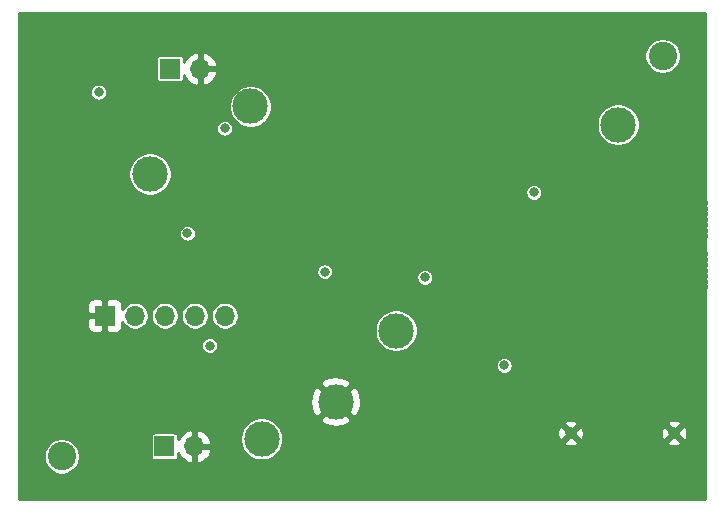
<source format=gbr>
%TF.GenerationSoftware,KiCad,Pcbnew,(5.1.8)-1*%
%TF.CreationDate,2021-01-15T02:00:02+01:00*%
%TF.ProjectId,Ka-band-Mixer,4b612d62-616e-4642-9d4d-697865722e6b,rev?*%
%TF.SameCoordinates,Original*%
%TF.FileFunction,Copper,L2,Inr*%
%TF.FilePolarity,Positive*%
%FSLAX46Y46*%
G04 Gerber Fmt 4.6, Leading zero omitted, Abs format (unit mm)*
G04 Created by KiCad (PCBNEW (5.1.8)-1) date 2021-01-15 02:00:02*
%MOMM*%
%LPD*%
G01*
G04 APERTURE LIST*
%TA.AperFunction,ComponentPad*%
%ADD10C,0.600000*%
%TD*%
%TA.AperFunction,ComponentPad*%
%ADD11C,2.200000*%
%TD*%
%TA.AperFunction,ComponentPad*%
%ADD12C,0.500000*%
%TD*%
%TA.AperFunction,ComponentPad*%
%ADD13C,3.000000*%
%TD*%
%TA.AperFunction,ComponentPad*%
%ADD14C,0.970000*%
%TD*%
%TA.AperFunction,ComponentPad*%
%ADD15C,0.800000*%
%TD*%
%TA.AperFunction,ComponentPad*%
%ADD16O,1.700000X1.700000*%
%TD*%
%TA.AperFunction,ComponentPad*%
%ADD17R,1.700000X1.700000*%
%TD*%
%TA.AperFunction,ViaPad*%
%ADD18C,2.400000*%
%TD*%
%TA.AperFunction,ViaPad*%
%ADD19C,0.800000*%
%TD*%
%TA.AperFunction,ViaPad*%
%ADD20C,0.600000*%
%TD*%
%TA.AperFunction,ViaPad*%
%ADD21C,0.500000*%
%TD*%
%TA.AperFunction,Conductor*%
%ADD22C,0.254000*%
%TD*%
%TA.AperFunction,Conductor*%
%ADD23C,0.100000*%
%TD*%
G04 APERTURE END LIST*
D10*
%TO.N,0*%
%TO.C,J4*%
X143010000Y-98745001D03*
X143010000Y-99215001D03*
X143480000Y-98745001D03*
X143480000Y-99215001D03*
X143950000Y-98745001D03*
X143950000Y-99215001D03*
X144420000Y-98745001D03*
X144420000Y-99215001D03*
X144890000Y-98745001D03*
X144890000Y-99215001D03*
X145360000Y-98745001D03*
X145360000Y-99215001D03*
X145830000Y-98275001D03*
X145830000Y-98745001D03*
X145830000Y-99215001D03*
X146300000Y-97805001D03*
X146300000Y-98275001D03*
X146300000Y-98745001D03*
X146300000Y-99215001D03*
X146770000Y-97335001D03*
X146770000Y-97805001D03*
X146770000Y-98275001D03*
X146770000Y-98745001D03*
X146770000Y-99215001D03*
X147240000Y-96865001D03*
X147240000Y-97335001D03*
X147240000Y-97805001D03*
X147240000Y-98275001D03*
X147240000Y-98745001D03*
X147240000Y-99215001D03*
X147710000Y-99215001D03*
X147710000Y-98745001D03*
X147710000Y-98275001D03*
X147710000Y-97805001D03*
X147710000Y-97335001D03*
X147710000Y-96865001D03*
X143010000Y-100710001D03*
X143010000Y-101180001D03*
X143480000Y-100710001D03*
X143480000Y-101180001D03*
X143950000Y-100710001D03*
X143950000Y-101180001D03*
X144420000Y-100710001D03*
X144420000Y-101180001D03*
X144890000Y-100710001D03*
X144890000Y-101180001D03*
X145360000Y-100710001D03*
X145360000Y-101180001D03*
X145830000Y-100710001D03*
X145830000Y-101180001D03*
X145830000Y-101650001D03*
X146300000Y-100710001D03*
X146300000Y-101180001D03*
X146300000Y-101650001D03*
X146300000Y-102120001D03*
X146770000Y-100710001D03*
X146770000Y-101180001D03*
X146770000Y-101650001D03*
X146770000Y-102120001D03*
X146770000Y-102590001D03*
X147240000Y-100710001D03*
X147240000Y-101180001D03*
X147240000Y-101650001D03*
X147240000Y-102120001D03*
X147240000Y-102590001D03*
X147240000Y-103060001D03*
X147710000Y-100710001D03*
X147710000Y-101180001D03*
X147710000Y-101650001D03*
X147710000Y-102120001D03*
X147710000Y-102590001D03*
X147710000Y-103060001D03*
X147710000Y-103530001D03*
X147710000Y-96395001D03*
D11*
X145530000Y-95205001D03*
X145530000Y-104720001D03*
%TD*%
D12*
%TO.N,0*%
%TO.C,U6*%
X134735000Y-101715000D03*
X133235000Y-101715000D03*
X132735000Y-101215000D03*
X133735000Y-101215000D03*
X134735000Y-101215000D03*
X135235000Y-100715000D03*
X134235000Y-100715000D03*
X133235000Y-100715000D03*
X132735000Y-100215000D03*
X133735000Y-100215000D03*
X134735000Y-100215000D03*
X134235000Y-99715000D03*
X133235000Y-99715000D03*
X134735000Y-99215000D03*
X135235000Y-99215000D03*
X133735000Y-99215000D03*
X132735000Y-99215000D03*
X132735000Y-98715000D03*
%TD*%
D13*
%TO.N,0*%
%TO.C,TP2*%
X116450000Y-113200000D03*
%TD*%
D14*
%TO.N,0*%
%TO.C,J5*%
X145108440Y-115870420D03*
X136348440Y-115870420D03*
%TD*%
D12*
%TO.N,0*%
%TO.C,U7*%
X141230000Y-99460000D03*
X141230000Y-100460000D03*
X140230000Y-100460000D03*
X140230000Y-99460000D03*
X141580000Y-99110000D03*
X141580000Y-100810000D03*
X139880000Y-100810000D03*
X139880000Y-99110000D03*
X141230000Y-99960000D03*
X140730000Y-100460000D03*
X140730000Y-99460000D03*
X140230000Y-99960000D03*
X140730000Y-99960000D03*
%TD*%
D15*
%TO.N,0*%
%TO.C,U1*%
X109585000Y-100195000D03*
X109585000Y-97695000D03*
X107085000Y-97695000D03*
X107085000Y-100195000D03*
X107085000Y-98945000D03*
X108335000Y-97695000D03*
X109585000Y-98945000D03*
X108335000Y-100195000D03*
X108335000Y-98945000D03*
%TD*%
D13*
%TO.N,+3V3*%
%TO.C,TP6*%
X109235000Y-88215000D03*
%TD*%
%TO.N,+5VD*%
%TO.C,TP5*%
X121574560Y-107199080D03*
%TD*%
%TO.N,+5VA*%
%TO.C,TP4*%
X140370000Y-89760000D03*
%TD*%
%TO.N,+9V*%
%TO.C,TP3*%
X110180120Y-116363400D03*
%TD*%
%TO.N,Net-(R2-Pad1)*%
%TO.C,TP1*%
X100736400Y-93935200D03*
%TD*%
D16*
%TO.N,Net-(J1-Pad5)*%
%TO.C,J1*%
X107065000Y-105930000D03*
%TO.N,Net-(J1-Pad4)*%
X104525000Y-105930000D03*
%TO.N,Net-(J1-Pad3)*%
X101985000Y-105930000D03*
%TO.N,Net-(J1-Pad2)*%
X99445000Y-105930000D03*
D17*
%TO.N,0*%
X96905000Y-105930000D03*
%TD*%
D16*
%TO.N,0*%
%TO.C,J2*%
X104500000Y-116995000D03*
D17*
%TO.N,+12V*%
X101960000Y-116995000D03*
%TD*%
D16*
%TO.N,0*%
%TO.C,J3*%
X104978200Y-85005600D03*
D17*
%TO.N,+6V*%
X102438200Y-85005600D03*
%TD*%
D18*
%TO.N,*%
X144130000Y-83940000D03*
X93250000Y-117850000D03*
D19*
%TO.N,+3V3*%
X115535000Y-102215000D03*
X107065000Y-90055000D03*
X103890000Y-98945000D03*
X105795000Y-108455000D03*
%TO.N,CPout*%
X133235000Y-95480001D03*
X124010000Y-102680001D03*
%TO.N,0*%
X113010000Y-92680001D03*
D20*
X142760000Y-101680001D03*
X140670000Y-97800000D03*
X141140000Y-97800000D03*
D19*
X145108440Y-119080000D03*
X136348440Y-119080000D03*
D20*
X138790000Y-100705001D03*
X138790000Y-99210000D03*
X130100000Y-98760000D03*
X129630000Y-98760000D03*
X129160000Y-98760000D03*
D21*
X136085000Y-103250000D03*
X135285000Y-104000000D03*
D20*
X136900000Y-99210000D03*
X136910000Y-100705001D03*
X137380000Y-100705001D03*
X136910000Y-101175001D03*
X137380000Y-101175001D03*
X137850000Y-101175001D03*
X137850000Y-100705001D03*
X137840000Y-99210000D03*
X137370000Y-99210000D03*
X137840000Y-98740000D03*
X137370000Y-98740000D03*
X136900000Y-98740000D03*
X138320000Y-101175001D03*
X138320000Y-100705001D03*
X138310000Y-99210000D03*
X138310000Y-98740000D03*
X138790000Y-101175001D03*
X138790000Y-98740000D03*
X140000000Y-102450000D03*
X140000000Y-102920000D03*
X140000000Y-103390000D03*
X140000000Y-103860000D03*
X140000000Y-104330000D03*
X140000000Y-104800000D03*
X140000000Y-105270000D03*
X140000000Y-105740000D03*
X140000000Y-106210000D03*
X140000000Y-106680000D03*
X140000000Y-107620000D03*
X140000000Y-106680000D03*
X140000000Y-107150000D03*
X140000000Y-108090000D03*
X140000000Y-109030000D03*
X140000000Y-108560000D03*
X140000000Y-109500000D03*
X140000000Y-109970000D03*
X140000000Y-110440000D03*
X140000000Y-110910000D03*
X140000000Y-111380000D03*
X140000000Y-111850000D03*
X140000000Y-112320000D03*
X140000000Y-112790000D03*
X140000000Y-113260000D03*
X140000000Y-113730000D03*
X140000000Y-114200000D03*
X140000000Y-114670000D03*
X140000000Y-115610000D03*
X140000000Y-115140000D03*
X140000000Y-116080000D03*
X139530000Y-116080000D03*
X139530000Y-115610000D03*
X139530000Y-115140000D03*
X139530000Y-114670000D03*
X139530000Y-114200000D03*
X139530000Y-113260000D03*
X139530000Y-113730000D03*
X139530000Y-112790000D03*
X139530000Y-112320000D03*
X139530000Y-111850000D03*
X139530000Y-111380000D03*
X139530000Y-110910000D03*
X139530000Y-110440000D03*
X139530000Y-109500000D03*
X139530000Y-109970000D03*
X139530000Y-109030000D03*
X139530000Y-108560000D03*
X139530000Y-108090000D03*
X139530000Y-107620000D03*
X139530000Y-107150000D03*
X139530000Y-106680000D03*
X139530000Y-106210000D03*
X139530000Y-105740000D03*
X139530000Y-105270000D03*
X139530000Y-104800000D03*
X139530000Y-103860000D03*
X139530000Y-104330000D03*
X139530000Y-103390000D03*
X139530000Y-102920000D03*
X139530000Y-102450000D03*
X141460000Y-102450000D03*
X141930000Y-102450000D03*
X141460000Y-102920000D03*
X141460000Y-103390000D03*
X141460000Y-103860000D03*
X141460000Y-104330000D03*
X141460000Y-116080000D03*
X141930000Y-116080000D03*
X141460000Y-115610000D03*
X141460000Y-115140000D03*
X141460000Y-114670000D03*
X141460000Y-114200000D03*
X141460000Y-113730000D03*
X141460000Y-113260000D03*
X141460000Y-112790000D03*
X141460000Y-111850000D03*
X141460000Y-112320000D03*
X141460000Y-111380000D03*
X141460000Y-110440000D03*
X141460000Y-110910000D03*
X141460000Y-109970000D03*
X141460000Y-109500000D03*
X141460000Y-109030000D03*
X141460000Y-108560000D03*
X141460000Y-107620000D03*
X141460000Y-108090000D03*
X141460000Y-106680000D03*
X141460000Y-107150000D03*
X141460000Y-106210000D03*
X141460000Y-105740000D03*
X141460000Y-105270000D03*
X141460000Y-104800000D03*
X141930000Y-102920000D03*
X141930000Y-103390000D03*
X141930000Y-103860000D03*
X141930000Y-104330000D03*
X141930000Y-104800000D03*
X141930000Y-105270000D03*
X141930000Y-105740000D03*
X141930000Y-106210000D03*
X141930000Y-106680000D03*
X141930000Y-107150000D03*
X141930000Y-108090000D03*
X141930000Y-107620000D03*
X141930000Y-108560000D03*
X141930000Y-109030000D03*
X141930000Y-109500000D03*
X141930000Y-109970000D03*
X141930000Y-110440000D03*
X141930000Y-110910000D03*
X141930000Y-111380000D03*
X141930000Y-112320000D03*
X141930000Y-111850000D03*
X141930000Y-112790000D03*
X141930000Y-113260000D03*
X141930000Y-113730000D03*
X141930000Y-114200000D03*
X141930000Y-114670000D03*
X141930000Y-115140000D03*
X141930000Y-115610000D03*
D21*
X131885000Y-103250000D03*
X132635000Y-104000000D03*
D20*
X130570000Y-98760000D03*
X130570000Y-98290000D03*
X130100000Y-98290000D03*
X129630000Y-98290000D03*
X129160000Y-98290000D03*
X128690000Y-98290000D03*
X128690000Y-97820000D03*
X128220000Y-97820000D03*
X128220000Y-97350000D03*
X127750000Y-97350000D03*
X127280000Y-97350000D03*
X126810000Y-97350000D03*
X126340000Y-97350000D03*
X125870000Y-97350000D03*
X125870000Y-97350000D03*
X125400000Y-97350000D03*
X124930000Y-97350000D03*
X124930000Y-96880000D03*
X125400000Y-96880000D03*
X125870000Y-96880000D03*
X125870000Y-96880000D03*
X126340000Y-96880000D03*
X126810000Y-96880000D03*
X127280000Y-96880000D03*
X127750000Y-96880000D03*
X123520000Y-97350000D03*
X123520000Y-96880000D03*
X123050000Y-97350000D03*
X122580000Y-97350000D03*
X122110000Y-97350000D03*
X121640000Y-97350000D03*
X121640000Y-96880000D03*
X122110000Y-96880000D03*
X122580000Y-96880000D03*
X123050000Y-96880000D03*
X121170000Y-97350000D03*
X120700000Y-97350000D03*
X121170000Y-96880000D03*
X120700000Y-96880000D03*
X120230000Y-97350000D03*
X119760000Y-97350000D03*
X120230000Y-96880000D03*
X119760000Y-96880000D03*
X119290000Y-97350000D03*
X118820000Y-97350000D03*
X118350000Y-97350000D03*
X117880000Y-97350000D03*
X117410000Y-97350000D03*
X116940000Y-97350000D03*
X116470000Y-97350000D03*
X116000000Y-97350000D03*
X116000000Y-96880000D03*
X116470000Y-96880000D03*
X116940000Y-96880000D03*
X117410000Y-96880000D03*
X117880000Y-96880000D03*
X118350000Y-96880000D03*
X118820000Y-96880000D03*
X119290000Y-96880000D03*
X115530000Y-97350000D03*
X115060000Y-97350000D03*
X114590000Y-97350000D03*
X114120000Y-97350000D03*
X113650000Y-97350000D03*
X113180000Y-97350000D03*
X113180000Y-96880000D03*
X113650000Y-96880000D03*
X114120000Y-96880000D03*
X114590000Y-96880000D03*
X115060000Y-96880000D03*
X115530000Y-96880000D03*
X112240000Y-95940000D03*
X126810000Y-98960000D03*
X127280000Y-99430000D03*
X127750000Y-99900000D03*
X128220000Y-100370000D03*
X128690000Y-100370000D03*
X129160000Y-100370000D03*
X129630000Y-100370000D03*
X129630000Y-100840000D03*
X129160000Y-100840000D03*
X128690000Y-100840000D03*
X128220000Y-100840000D03*
X127750000Y-100370000D03*
X127280000Y-99900000D03*
X126810000Y-99430000D03*
X126340000Y-98960000D03*
X126340000Y-99430000D03*
X124930000Y-98960000D03*
X124930000Y-99430000D03*
X125400000Y-99430000D03*
X125400000Y-98960000D03*
X125870000Y-98960000D03*
X125870000Y-99430000D03*
X123520000Y-98960000D03*
X123050000Y-98960000D03*
X122580000Y-98960000D03*
X122110000Y-98960000D03*
X121640000Y-98960000D03*
X121170000Y-98960000D03*
X120700000Y-98960000D03*
X120230000Y-98960000D03*
X119760000Y-98960000D03*
X119290000Y-98960000D03*
X118820000Y-99060000D03*
X118350000Y-99060000D03*
X117880000Y-99060000D03*
X117410000Y-99060000D03*
X116940000Y-99060000D03*
X116470000Y-98960000D03*
X116000000Y-98960000D03*
X113180000Y-98960000D03*
X113650000Y-98960000D03*
X114120000Y-98960000D03*
X114590000Y-98960000D03*
X115060000Y-98960000D03*
X115530000Y-98960000D03*
X113180000Y-99430000D03*
X113650000Y-99430000D03*
X114120000Y-99430000D03*
X114590000Y-99430000D03*
X115060000Y-99430000D03*
X115530000Y-99430000D03*
X116000000Y-99430000D03*
X116470000Y-99430000D03*
X116940000Y-99530000D03*
X117410000Y-99530000D03*
X117880000Y-99530000D03*
X118350000Y-99530000D03*
X118820000Y-99530000D03*
X119290000Y-99430000D03*
X120230000Y-99430000D03*
X119760000Y-99430000D03*
X120700000Y-99430000D03*
X121170000Y-99430000D03*
X121640000Y-99430000D03*
X122110000Y-99430000D03*
X122580000Y-99430000D03*
X123050000Y-99430000D03*
X123520000Y-99430000D03*
D19*
X129735000Y-94215000D03*
X121159897Y-104357741D03*
X102235000Y-111215000D03*
X131102500Y-86347500D03*
X97235000Y-93215000D03*
X124735000Y-112715000D03*
D21*
X128485000Y-102965000D03*
X129485000Y-103965000D03*
X130485000Y-102965000D03*
X131772500Y-102177500D03*
X135665000Y-95105000D03*
X136645000Y-96025000D03*
X136685000Y-97045000D03*
D19*
X111565000Y-104635000D03*
X103275000Y-99985000D03*
X104565000Y-94375000D03*
X110690000Y-95975001D03*
D20*
X139060000Y-116550000D03*
X139060000Y-117020000D03*
X139060000Y-117490000D03*
X139060000Y-117960000D03*
X139060000Y-118430000D03*
X139060000Y-118900000D03*
X139060000Y-119370000D03*
X139060000Y-119840000D03*
X139060000Y-120310000D03*
X139060000Y-120780000D03*
X139060000Y-121250000D03*
X138590000Y-121250000D03*
X138590000Y-120780000D03*
X138590000Y-120310000D03*
X138590000Y-119840000D03*
X138590000Y-119370000D03*
X138590000Y-118900000D03*
X138590000Y-118430000D03*
X138590000Y-117960000D03*
X138590000Y-117490000D03*
X138590000Y-117020000D03*
X138590000Y-116550000D03*
X139060000Y-116080000D03*
X142400000Y-116080000D03*
X142400000Y-116550000D03*
X142870000Y-116550000D03*
X142400000Y-121250000D03*
X142400000Y-120780000D03*
X142400000Y-120310000D03*
X142400000Y-119840000D03*
X142400000Y-119370000D03*
X142400000Y-118900000D03*
X142400000Y-118430000D03*
X142400000Y-117960000D03*
X142400000Y-117490000D03*
X142400000Y-117020000D03*
X142870000Y-117020000D03*
X142870000Y-117490000D03*
X142870000Y-117960000D03*
X142870000Y-118430000D03*
X142870000Y-118900000D03*
X142870000Y-119370000D03*
X142870000Y-120310000D03*
X142870000Y-119840000D03*
X142870000Y-121250000D03*
X142870000Y-120780000D03*
X139260000Y-98270000D03*
X139730000Y-97800000D03*
X140200000Y-97800000D03*
X141610000Y-97800000D03*
X142080000Y-98270000D03*
X142520000Y-98740000D03*
X138790000Y-101675001D03*
X139040000Y-102175001D03*
X142510000Y-102180001D03*
D19*
X114560000Y-100230001D03*
D21*
X112287800Y-96516040D03*
X112623080Y-96907200D03*
X112602760Y-99538640D03*
D19*
%TO.N,+6V*%
X96393000Y-86999500D03*
X130720000Y-110145000D03*
%TD*%
D22*
%TO.N,0*%
X147753001Y-121473000D02*
X89627000Y-121473000D01*
X89627000Y-117699604D01*
X91723000Y-117699604D01*
X91723000Y-118000396D01*
X91781681Y-118295410D01*
X91896790Y-118573306D01*
X92063901Y-118823406D01*
X92276594Y-119036099D01*
X92526694Y-119203210D01*
X92804590Y-119318319D01*
X93099604Y-119377000D01*
X93400396Y-119377000D01*
X93695410Y-119318319D01*
X93973306Y-119203210D01*
X94223406Y-119036099D01*
X94436099Y-118823406D01*
X94603210Y-118573306D01*
X94718319Y-118295410D01*
X94777000Y-118000396D01*
X94777000Y-117699604D01*
X94718319Y-117404590D01*
X94603210Y-117126694D01*
X94436099Y-116876594D01*
X94223406Y-116663901D01*
X93973306Y-116496790D01*
X93695410Y-116381681D01*
X93400396Y-116323000D01*
X93099604Y-116323000D01*
X92804590Y-116381681D01*
X92526694Y-116496790D01*
X92276594Y-116663901D01*
X92063901Y-116876594D01*
X91896790Y-117126694D01*
X91781681Y-117404590D01*
X91723000Y-117699604D01*
X89627000Y-117699604D01*
X89627000Y-116145000D01*
X100781418Y-116145000D01*
X100781418Y-117845000D01*
X100787732Y-117909103D01*
X100806430Y-117970743D01*
X100836794Y-118027550D01*
X100877657Y-118077343D01*
X100927450Y-118118206D01*
X100984257Y-118148570D01*
X101045897Y-118167268D01*
X101110000Y-118173582D01*
X102810000Y-118173582D01*
X102874103Y-118167268D01*
X102935743Y-118148570D01*
X102992550Y-118118206D01*
X103042343Y-118077343D01*
X103083206Y-118027550D01*
X103113570Y-117970743D01*
X103132268Y-117909103D01*
X103138582Y-117845000D01*
X103138582Y-117577592D01*
X103155843Y-117626252D01*
X103304822Y-117876355D01*
X103499731Y-118092588D01*
X103733080Y-118266641D01*
X103995901Y-118391825D01*
X104143110Y-118436476D01*
X104373000Y-118315155D01*
X104373000Y-117122000D01*
X104627000Y-117122000D01*
X104627000Y-118315155D01*
X104856890Y-118436476D01*
X105004099Y-118391825D01*
X105266920Y-118266641D01*
X105500269Y-118092588D01*
X105695178Y-117876355D01*
X105844157Y-117626252D01*
X105941481Y-117351891D01*
X105820814Y-117122000D01*
X104627000Y-117122000D01*
X104373000Y-117122000D01*
X104353000Y-117122000D01*
X104353000Y-116868000D01*
X104373000Y-116868000D01*
X104373000Y-115674845D01*
X104627000Y-115674845D01*
X104627000Y-116868000D01*
X105820814Y-116868000D01*
X105941481Y-116638109D01*
X105844157Y-116363748D01*
X105736763Y-116183456D01*
X108353120Y-116183456D01*
X108353120Y-116543344D01*
X108423331Y-116896316D01*
X108561054Y-117228809D01*
X108760996Y-117528045D01*
X109015475Y-117782524D01*
X109314711Y-117982466D01*
X109647204Y-118120189D01*
X110000176Y-118190400D01*
X110360064Y-118190400D01*
X110713036Y-118120189D01*
X111045529Y-117982466D01*
X111344765Y-117782524D01*
X111599244Y-117528045D01*
X111799186Y-117228809D01*
X111936909Y-116896316D01*
X111988324Y-116637836D01*
X135760629Y-116637836D01*
X135793906Y-116849736D01*
X135995616Y-116939103D01*
X136210885Y-116987401D01*
X136431441Y-116992775D01*
X136648807Y-116955016D01*
X136854629Y-116875578D01*
X136902974Y-116849736D01*
X136936251Y-116637836D01*
X144520629Y-116637836D01*
X144553906Y-116849736D01*
X144755616Y-116939103D01*
X144970885Y-116987401D01*
X145191441Y-116992775D01*
X145408807Y-116955016D01*
X145614629Y-116875578D01*
X145662974Y-116849736D01*
X145696251Y-116637836D01*
X145108440Y-116050025D01*
X144520629Y-116637836D01*
X136936251Y-116637836D01*
X136348440Y-116050025D01*
X135760629Y-116637836D01*
X111988324Y-116637836D01*
X112007120Y-116543344D01*
X112007120Y-116183456D01*
X111961363Y-115953421D01*
X135226085Y-115953421D01*
X135263844Y-116170787D01*
X135343282Y-116376609D01*
X135369124Y-116424954D01*
X135581024Y-116458231D01*
X136168835Y-115870420D01*
X136528045Y-115870420D01*
X137115856Y-116458231D01*
X137327756Y-116424954D01*
X137417123Y-116223244D01*
X137465421Y-116007975D01*
X137466750Y-115953421D01*
X143986085Y-115953421D01*
X144023844Y-116170787D01*
X144103282Y-116376609D01*
X144129124Y-116424954D01*
X144341024Y-116458231D01*
X144928835Y-115870420D01*
X145288045Y-115870420D01*
X145875856Y-116458231D01*
X146087756Y-116424954D01*
X146177123Y-116223244D01*
X146225421Y-116007975D01*
X146230795Y-115787419D01*
X146193036Y-115570053D01*
X146113598Y-115364231D01*
X146087756Y-115315886D01*
X145875856Y-115282609D01*
X145288045Y-115870420D01*
X144928835Y-115870420D01*
X144341024Y-115282609D01*
X144129124Y-115315886D01*
X144039757Y-115517596D01*
X143991459Y-115732865D01*
X143986085Y-115953421D01*
X137466750Y-115953421D01*
X137470795Y-115787419D01*
X137433036Y-115570053D01*
X137353598Y-115364231D01*
X137327756Y-115315886D01*
X137115856Y-115282609D01*
X136528045Y-115870420D01*
X136168835Y-115870420D01*
X135581024Y-115282609D01*
X135369124Y-115315886D01*
X135279757Y-115517596D01*
X135231459Y-115732865D01*
X135226085Y-115953421D01*
X111961363Y-115953421D01*
X111936909Y-115830484D01*
X111799186Y-115497991D01*
X111599244Y-115198755D01*
X111344765Y-114944276D01*
X111045529Y-114744334D01*
X110918346Y-114691653D01*
X115137952Y-114691653D01*
X115293962Y-115007214D01*
X115668745Y-115198020D01*
X116073551Y-115312044D01*
X116492824Y-115344902D01*
X116910451Y-115295334D01*
X117310383Y-115165243D01*
X117426825Y-115103004D01*
X135760629Y-115103004D01*
X136348440Y-115690815D01*
X136936251Y-115103004D01*
X144520629Y-115103004D01*
X145108440Y-115690815D01*
X145696251Y-115103004D01*
X145662974Y-114891104D01*
X145461264Y-114801737D01*
X145245995Y-114753439D01*
X145025439Y-114748065D01*
X144808073Y-114785824D01*
X144602251Y-114865262D01*
X144553906Y-114891104D01*
X144520629Y-115103004D01*
X136936251Y-115103004D01*
X136902974Y-114891104D01*
X136701264Y-114801737D01*
X136485995Y-114753439D01*
X136265439Y-114748065D01*
X136048073Y-114785824D01*
X135842251Y-114865262D01*
X135793906Y-114891104D01*
X135760629Y-115103004D01*
X117426825Y-115103004D01*
X117606038Y-115007214D01*
X117762048Y-114691653D01*
X116450000Y-113379605D01*
X115137952Y-114691653D01*
X110918346Y-114691653D01*
X110713036Y-114606611D01*
X110360064Y-114536400D01*
X110000176Y-114536400D01*
X109647204Y-114606611D01*
X109314711Y-114744334D01*
X109015475Y-114944276D01*
X108760996Y-115198755D01*
X108561054Y-115497991D01*
X108423331Y-115830484D01*
X108353120Y-116183456D01*
X105736763Y-116183456D01*
X105695178Y-116113645D01*
X105500269Y-115897412D01*
X105266920Y-115723359D01*
X105004099Y-115598175D01*
X104856890Y-115553524D01*
X104627000Y-115674845D01*
X104373000Y-115674845D01*
X104143110Y-115553524D01*
X103995901Y-115598175D01*
X103733080Y-115723359D01*
X103499731Y-115897412D01*
X103304822Y-116113645D01*
X103155843Y-116363748D01*
X103138582Y-116412408D01*
X103138582Y-116145000D01*
X103132268Y-116080897D01*
X103113570Y-116019257D01*
X103083206Y-115962450D01*
X103042343Y-115912657D01*
X102992550Y-115871794D01*
X102935743Y-115841430D01*
X102874103Y-115822732D01*
X102810000Y-115816418D01*
X101110000Y-115816418D01*
X101045897Y-115822732D01*
X100984257Y-115841430D01*
X100927450Y-115871794D01*
X100877657Y-115912657D01*
X100836794Y-115962450D01*
X100806430Y-116019257D01*
X100787732Y-116080897D01*
X100781418Y-116145000D01*
X89627000Y-116145000D01*
X89627000Y-113242824D01*
X114305098Y-113242824D01*
X114354666Y-113660451D01*
X114484757Y-114060383D01*
X114642786Y-114356038D01*
X114958347Y-114512048D01*
X116270395Y-113200000D01*
X116629605Y-113200000D01*
X117941653Y-114512048D01*
X118257214Y-114356038D01*
X118448020Y-113981255D01*
X118562044Y-113576449D01*
X118594902Y-113157176D01*
X118545334Y-112739549D01*
X118415243Y-112339617D01*
X118257214Y-112043962D01*
X117941653Y-111887952D01*
X116629605Y-113200000D01*
X116270395Y-113200000D01*
X114958347Y-111887952D01*
X114642786Y-112043962D01*
X114451980Y-112418745D01*
X114337956Y-112823551D01*
X114305098Y-113242824D01*
X89627000Y-113242824D01*
X89627000Y-111708347D01*
X115137952Y-111708347D01*
X116450000Y-113020395D01*
X117762048Y-111708347D01*
X117606038Y-111392786D01*
X117231255Y-111201980D01*
X116826449Y-111087956D01*
X116407176Y-111055098D01*
X115989549Y-111104666D01*
X115589617Y-111234757D01*
X115293962Y-111392786D01*
X115137952Y-111708347D01*
X89627000Y-111708347D01*
X89627000Y-110073397D01*
X129993000Y-110073397D01*
X129993000Y-110216603D01*
X130020938Y-110357058D01*
X130075741Y-110489364D01*
X130155302Y-110608436D01*
X130256564Y-110709698D01*
X130375636Y-110789259D01*
X130507942Y-110844062D01*
X130648397Y-110872000D01*
X130791603Y-110872000D01*
X130932058Y-110844062D01*
X131064364Y-110789259D01*
X131183436Y-110709698D01*
X131284698Y-110608436D01*
X131364259Y-110489364D01*
X131419062Y-110357058D01*
X131447000Y-110216603D01*
X131447000Y-110073397D01*
X131419062Y-109932942D01*
X131364259Y-109800636D01*
X131284698Y-109681564D01*
X131183436Y-109580302D01*
X131064364Y-109500741D01*
X130932058Y-109445938D01*
X130791603Y-109418000D01*
X130648397Y-109418000D01*
X130507942Y-109445938D01*
X130375636Y-109500741D01*
X130256564Y-109580302D01*
X130155302Y-109681564D01*
X130075741Y-109800636D01*
X130020938Y-109932942D01*
X129993000Y-110073397D01*
X89627000Y-110073397D01*
X89627000Y-108383397D01*
X105068000Y-108383397D01*
X105068000Y-108526603D01*
X105095938Y-108667058D01*
X105150741Y-108799364D01*
X105230302Y-108918436D01*
X105331564Y-109019698D01*
X105450636Y-109099259D01*
X105582942Y-109154062D01*
X105723397Y-109182000D01*
X105866603Y-109182000D01*
X106007058Y-109154062D01*
X106139364Y-109099259D01*
X106258436Y-109019698D01*
X106359698Y-108918436D01*
X106439259Y-108799364D01*
X106494062Y-108667058D01*
X106522000Y-108526603D01*
X106522000Y-108383397D01*
X106494062Y-108242942D01*
X106439259Y-108110636D01*
X106359698Y-107991564D01*
X106258436Y-107890302D01*
X106139364Y-107810741D01*
X106007058Y-107755938D01*
X105866603Y-107728000D01*
X105723397Y-107728000D01*
X105582942Y-107755938D01*
X105450636Y-107810741D01*
X105331564Y-107890302D01*
X105230302Y-107991564D01*
X105150741Y-108110636D01*
X105095938Y-108242942D01*
X105068000Y-108383397D01*
X89627000Y-108383397D01*
X89627000Y-106780000D01*
X95416928Y-106780000D01*
X95429188Y-106904482D01*
X95465498Y-107024180D01*
X95524463Y-107134494D01*
X95603815Y-107231185D01*
X95700506Y-107310537D01*
X95810820Y-107369502D01*
X95930518Y-107405812D01*
X96055000Y-107418072D01*
X96619250Y-107415000D01*
X96778000Y-107256250D01*
X96778000Y-106057000D01*
X95578750Y-106057000D01*
X95420000Y-106215750D01*
X95416928Y-106780000D01*
X89627000Y-106780000D01*
X89627000Y-105080000D01*
X95416928Y-105080000D01*
X95420000Y-105644250D01*
X95578750Y-105803000D01*
X96778000Y-105803000D01*
X96778000Y-104603750D01*
X97032000Y-104603750D01*
X97032000Y-105803000D01*
X97052000Y-105803000D01*
X97052000Y-106057000D01*
X97032000Y-106057000D01*
X97032000Y-107256250D01*
X97190750Y-107415000D01*
X97755000Y-107418072D01*
X97879482Y-107405812D01*
X97999180Y-107369502D01*
X98109494Y-107310537D01*
X98206185Y-107231185D01*
X98285537Y-107134494D01*
X98344502Y-107024180D01*
X98380812Y-106904482D01*
X98393072Y-106780000D01*
X98391340Y-106461890D01*
X98401956Y-106487519D01*
X98530764Y-106680294D01*
X98694706Y-106844236D01*
X98887481Y-106973044D01*
X99101682Y-107061769D01*
X99329076Y-107107000D01*
X99560924Y-107107000D01*
X99788318Y-107061769D01*
X100002519Y-106973044D01*
X100195294Y-106844236D01*
X100359236Y-106680294D01*
X100488044Y-106487519D01*
X100576769Y-106273318D01*
X100622000Y-106045924D01*
X100622000Y-105814076D01*
X100808000Y-105814076D01*
X100808000Y-106045924D01*
X100853231Y-106273318D01*
X100941956Y-106487519D01*
X101070764Y-106680294D01*
X101234706Y-106844236D01*
X101427481Y-106973044D01*
X101641682Y-107061769D01*
X101869076Y-107107000D01*
X102100924Y-107107000D01*
X102328318Y-107061769D01*
X102542519Y-106973044D01*
X102735294Y-106844236D01*
X102899236Y-106680294D01*
X103028044Y-106487519D01*
X103116769Y-106273318D01*
X103162000Y-106045924D01*
X103162000Y-105814076D01*
X103348000Y-105814076D01*
X103348000Y-106045924D01*
X103393231Y-106273318D01*
X103481956Y-106487519D01*
X103610764Y-106680294D01*
X103774706Y-106844236D01*
X103967481Y-106973044D01*
X104181682Y-107061769D01*
X104409076Y-107107000D01*
X104640924Y-107107000D01*
X104868318Y-107061769D01*
X105082519Y-106973044D01*
X105275294Y-106844236D01*
X105439236Y-106680294D01*
X105568044Y-106487519D01*
X105656769Y-106273318D01*
X105702000Y-106045924D01*
X105702000Y-105814076D01*
X105888000Y-105814076D01*
X105888000Y-106045924D01*
X105933231Y-106273318D01*
X106021956Y-106487519D01*
X106150764Y-106680294D01*
X106314706Y-106844236D01*
X106507481Y-106973044D01*
X106721682Y-107061769D01*
X106949076Y-107107000D01*
X107180924Y-107107000D01*
X107408318Y-107061769D01*
X107511243Y-107019136D01*
X119747560Y-107019136D01*
X119747560Y-107379024D01*
X119817771Y-107731996D01*
X119955494Y-108064489D01*
X120155436Y-108363725D01*
X120409915Y-108618204D01*
X120709151Y-108818146D01*
X121041644Y-108955869D01*
X121394616Y-109026080D01*
X121754504Y-109026080D01*
X122107476Y-108955869D01*
X122439969Y-108818146D01*
X122739205Y-108618204D01*
X122993684Y-108363725D01*
X123193626Y-108064489D01*
X123331349Y-107731996D01*
X123401560Y-107379024D01*
X123401560Y-107019136D01*
X123331349Y-106666164D01*
X123193626Y-106333671D01*
X122993684Y-106034435D01*
X122739205Y-105779956D01*
X122439969Y-105580014D01*
X122107476Y-105442291D01*
X121754504Y-105372080D01*
X121394616Y-105372080D01*
X121041644Y-105442291D01*
X120709151Y-105580014D01*
X120409915Y-105779956D01*
X120155436Y-106034435D01*
X119955494Y-106333671D01*
X119817771Y-106666164D01*
X119747560Y-107019136D01*
X107511243Y-107019136D01*
X107622519Y-106973044D01*
X107815294Y-106844236D01*
X107979236Y-106680294D01*
X108108044Y-106487519D01*
X108196769Y-106273318D01*
X108242000Y-106045924D01*
X108242000Y-105814076D01*
X108196769Y-105586682D01*
X108108044Y-105372481D01*
X107979236Y-105179706D01*
X107815294Y-105015764D01*
X107622519Y-104886956D01*
X107408318Y-104798231D01*
X107180924Y-104753000D01*
X106949076Y-104753000D01*
X106721682Y-104798231D01*
X106507481Y-104886956D01*
X106314706Y-105015764D01*
X106150764Y-105179706D01*
X106021956Y-105372481D01*
X105933231Y-105586682D01*
X105888000Y-105814076D01*
X105702000Y-105814076D01*
X105656769Y-105586682D01*
X105568044Y-105372481D01*
X105439236Y-105179706D01*
X105275294Y-105015764D01*
X105082519Y-104886956D01*
X104868318Y-104798231D01*
X104640924Y-104753000D01*
X104409076Y-104753000D01*
X104181682Y-104798231D01*
X103967481Y-104886956D01*
X103774706Y-105015764D01*
X103610764Y-105179706D01*
X103481956Y-105372481D01*
X103393231Y-105586682D01*
X103348000Y-105814076D01*
X103162000Y-105814076D01*
X103116769Y-105586682D01*
X103028044Y-105372481D01*
X102899236Y-105179706D01*
X102735294Y-105015764D01*
X102542519Y-104886956D01*
X102328318Y-104798231D01*
X102100924Y-104753000D01*
X101869076Y-104753000D01*
X101641682Y-104798231D01*
X101427481Y-104886956D01*
X101234706Y-105015764D01*
X101070764Y-105179706D01*
X100941956Y-105372481D01*
X100853231Y-105586682D01*
X100808000Y-105814076D01*
X100622000Y-105814076D01*
X100576769Y-105586682D01*
X100488044Y-105372481D01*
X100359236Y-105179706D01*
X100195294Y-105015764D01*
X100002519Y-104886956D01*
X99788318Y-104798231D01*
X99560924Y-104753000D01*
X99329076Y-104753000D01*
X99101682Y-104798231D01*
X98887481Y-104886956D01*
X98694706Y-105015764D01*
X98530764Y-105179706D01*
X98401956Y-105372481D01*
X98391340Y-105398110D01*
X98393072Y-105080000D01*
X98380812Y-104955518D01*
X98344502Y-104835820D01*
X98285537Y-104725506D01*
X98206185Y-104628815D01*
X98109494Y-104549463D01*
X97999180Y-104490498D01*
X97879482Y-104454188D01*
X97755000Y-104441928D01*
X97190750Y-104445000D01*
X97032000Y-104603750D01*
X96778000Y-104603750D01*
X96619250Y-104445000D01*
X96055000Y-104441928D01*
X95930518Y-104454188D01*
X95810820Y-104490498D01*
X95700506Y-104549463D01*
X95603815Y-104628815D01*
X95524463Y-104725506D01*
X95465498Y-104835820D01*
X95429188Y-104955518D01*
X95416928Y-105080000D01*
X89627000Y-105080000D01*
X89627000Y-102143397D01*
X114808000Y-102143397D01*
X114808000Y-102286603D01*
X114835938Y-102427058D01*
X114890741Y-102559364D01*
X114970302Y-102678436D01*
X115071564Y-102779698D01*
X115190636Y-102859259D01*
X115322942Y-102914062D01*
X115463397Y-102942000D01*
X115606603Y-102942000D01*
X115747058Y-102914062D01*
X115879364Y-102859259D01*
X115998436Y-102779698D01*
X116099698Y-102678436D01*
X116146495Y-102608398D01*
X123283000Y-102608398D01*
X123283000Y-102751604D01*
X123310938Y-102892059D01*
X123365741Y-103024365D01*
X123445302Y-103143437D01*
X123546564Y-103244699D01*
X123665636Y-103324260D01*
X123797942Y-103379063D01*
X123938397Y-103407001D01*
X124081603Y-103407001D01*
X124222058Y-103379063D01*
X124354364Y-103324260D01*
X124473436Y-103244699D01*
X124574698Y-103143437D01*
X124654259Y-103024365D01*
X124709062Y-102892059D01*
X124737000Y-102751604D01*
X124737000Y-102608398D01*
X124709062Y-102467943D01*
X124654259Y-102335637D01*
X124574698Y-102216565D01*
X124473436Y-102115303D01*
X124354364Y-102035742D01*
X124222058Y-101980939D01*
X124081603Y-101953001D01*
X123938397Y-101953001D01*
X123797942Y-101980939D01*
X123665636Y-102035742D01*
X123546564Y-102115303D01*
X123445302Y-102216565D01*
X123365741Y-102335637D01*
X123310938Y-102467943D01*
X123283000Y-102608398D01*
X116146495Y-102608398D01*
X116179259Y-102559364D01*
X116234062Y-102427058D01*
X116262000Y-102286603D01*
X116262000Y-102143397D01*
X116234062Y-102002942D01*
X116179259Y-101870636D01*
X116099698Y-101751564D01*
X115998436Y-101650302D01*
X115879364Y-101570741D01*
X115747058Y-101515938D01*
X115606603Y-101488000D01*
X115463397Y-101488000D01*
X115322942Y-101515938D01*
X115190636Y-101570741D01*
X115071564Y-101650302D01*
X114970302Y-101751564D01*
X114890741Y-101870636D01*
X114835938Y-102002942D01*
X114808000Y-102143397D01*
X89627000Y-102143397D01*
X89627000Y-98873397D01*
X103163000Y-98873397D01*
X103163000Y-99016603D01*
X103190938Y-99157058D01*
X103245741Y-99289364D01*
X103325302Y-99408436D01*
X103426564Y-99509698D01*
X103545636Y-99589259D01*
X103677942Y-99644062D01*
X103818397Y-99672000D01*
X103961603Y-99672000D01*
X104102058Y-99644062D01*
X104234364Y-99589259D01*
X104353436Y-99509698D01*
X104454698Y-99408436D01*
X104534259Y-99289364D01*
X104589062Y-99157058D01*
X104617000Y-99016603D01*
X104617000Y-98873397D01*
X104589062Y-98732942D01*
X104534259Y-98600636D01*
X104454698Y-98481564D01*
X104353436Y-98380302D01*
X104234364Y-98300741D01*
X104102058Y-98245938D01*
X103961603Y-98218000D01*
X103818397Y-98218000D01*
X103677942Y-98245938D01*
X103545636Y-98300741D01*
X103426564Y-98380302D01*
X103325302Y-98481564D01*
X103245741Y-98600636D01*
X103190938Y-98732942D01*
X103163000Y-98873397D01*
X89627000Y-98873397D01*
X89627000Y-93755256D01*
X98909400Y-93755256D01*
X98909400Y-94115144D01*
X98979611Y-94468116D01*
X99117334Y-94800609D01*
X99317276Y-95099845D01*
X99571755Y-95354324D01*
X99870991Y-95554266D01*
X100203484Y-95691989D01*
X100556456Y-95762200D01*
X100916344Y-95762200D01*
X101269316Y-95691989D01*
X101601809Y-95554266D01*
X101820117Y-95408398D01*
X132508000Y-95408398D01*
X132508000Y-95551604D01*
X132535938Y-95692059D01*
X132590741Y-95824365D01*
X132670302Y-95943437D01*
X132771564Y-96044699D01*
X132890636Y-96124260D01*
X133022942Y-96179063D01*
X133163397Y-96207001D01*
X133306603Y-96207001D01*
X133447058Y-96179063D01*
X133579364Y-96124260D01*
X133698436Y-96044699D01*
X133799698Y-95943437D01*
X133879259Y-95824365D01*
X133934062Y-95692059D01*
X133962000Y-95551604D01*
X133962000Y-95408398D01*
X133934062Y-95267943D01*
X133879259Y-95135637D01*
X133799698Y-95016565D01*
X133698436Y-94915303D01*
X133579364Y-94835742D01*
X133447058Y-94780939D01*
X133306603Y-94753001D01*
X133163397Y-94753001D01*
X133022942Y-94780939D01*
X132890636Y-94835742D01*
X132771564Y-94915303D01*
X132670302Y-95016565D01*
X132590741Y-95135637D01*
X132535938Y-95267943D01*
X132508000Y-95408398D01*
X101820117Y-95408398D01*
X101901045Y-95354324D01*
X102155524Y-95099845D01*
X102355466Y-94800609D01*
X102493189Y-94468116D01*
X102563400Y-94115144D01*
X102563400Y-93755256D01*
X102493189Y-93402284D01*
X102355466Y-93069791D01*
X102155524Y-92770555D01*
X101901045Y-92516076D01*
X101601809Y-92316134D01*
X101269316Y-92178411D01*
X100916344Y-92108200D01*
X100556456Y-92108200D01*
X100203484Y-92178411D01*
X99870991Y-92316134D01*
X99571755Y-92516076D01*
X99317276Y-92770555D01*
X99117334Y-93069791D01*
X98979611Y-93402284D01*
X98909400Y-93755256D01*
X89627000Y-93755256D01*
X89627000Y-89983397D01*
X106338000Y-89983397D01*
X106338000Y-90126603D01*
X106365938Y-90267058D01*
X106420741Y-90399364D01*
X106500302Y-90518436D01*
X106601564Y-90619698D01*
X106720636Y-90699259D01*
X106852942Y-90754062D01*
X106993397Y-90782000D01*
X107136603Y-90782000D01*
X107277058Y-90754062D01*
X107409364Y-90699259D01*
X107528436Y-90619698D01*
X107629698Y-90518436D01*
X107709259Y-90399364D01*
X107764062Y-90267058D01*
X107792000Y-90126603D01*
X107792000Y-89983397D01*
X107764062Y-89842942D01*
X107709259Y-89710636D01*
X107629698Y-89591564D01*
X107528436Y-89490302D01*
X107409364Y-89410741D01*
X107277058Y-89355938D01*
X107136603Y-89328000D01*
X106993397Y-89328000D01*
X106852942Y-89355938D01*
X106720636Y-89410741D01*
X106601564Y-89490302D01*
X106500302Y-89591564D01*
X106420741Y-89710636D01*
X106365938Y-89842942D01*
X106338000Y-89983397D01*
X89627000Y-89983397D01*
X89627000Y-88035056D01*
X107408000Y-88035056D01*
X107408000Y-88394944D01*
X107478211Y-88747916D01*
X107615934Y-89080409D01*
X107815876Y-89379645D01*
X108070355Y-89634124D01*
X108369591Y-89834066D01*
X108702084Y-89971789D01*
X109055056Y-90042000D01*
X109414944Y-90042000D01*
X109767916Y-89971789D01*
X110100409Y-89834066D01*
X110399645Y-89634124D01*
X110453713Y-89580056D01*
X138543000Y-89580056D01*
X138543000Y-89939944D01*
X138613211Y-90292916D01*
X138750934Y-90625409D01*
X138950876Y-90924645D01*
X139205355Y-91179124D01*
X139504591Y-91379066D01*
X139837084Y-91516789D01*
X140190056Y-91587000D01*
X140549944Y-91587000D01*
X140902916Y-91516789D01*
X141235409Y-91379066D01*
X141534645Y-91179124D01*
X141789124Y-90924645D01*
X141989066Y-90625409D01*
X142126789Y-90292916D01*
X142197000Y-89939944D01*
X142197000Y-89580056D01*
X142126789Y-89227084D01*
X141989066Y-88894591D01*
X141789124Y-88595355D01*
X141534645Y-88340876D01*
X141235409Y-88140934D01*
X140902916Y-88003211D01*
X140549944Y-87933000D01*
X140190056Y-87933000D01*
X139837084Y-88003211D01*
X139504591Y-88140934D01*
X139205355Y-88340876D01*
X138950876Y-88595355D01*
X138750934Y-88894591D01*
X138613211Y-89227084D01*
X138543000Y-89580056D01*
X110453713Y-89580056D01*
X110654124Y-89379645D01*
X110854066Y-89080409D01*
X110991789Y-88747916D01*
X111062000Y-88394944D01*
X111062000Y-88035056D01*
X110991789Y-87682084D01*
X110854066Y-87349591D01*
X110654124Y-87050355D01*
X110399645Y-86795876D01*
X110100409Y-86595934D01*
X109767916Y-86458211D01*
X109414944Y-86388000D01*
X109055056Y-86388000D01*
X108702084Y-86458211D01*
X108369591Y-86595934D01*
X108070355Y-86795876D01*
X107815876Y-87050355D01*
X107615934Y-87349591D01*
X107478211Y-87682084D01*
X107408000Y-88035056D01*
X89627000Y-88035056D01*
X89627000Y-86927897D01*
X95666000Y-86927897D01*
X95666000Y-87071103D01*
X95693938Y-87211558D01*
X95748741Y-87343864D01*
X95828302Y-87462936D01*
X95929564Y-87564198D01*
X96048636Y-87643759D01*
X96180942Y-87698562D01*
X96321397Y-87726500D01*
X96464603Y-87726500D01*
X96605058Y-87698562D01*
X96737364Y-87643759D01*
X96856436Y-87564198D01*
X96957698Y-87462936D01*
X97037259Y-87343864D01*
X97092062Y-87211558D01*
X97120000Y-87071103D01*
X97120000Y-86927897D01*
X97092062Y-86787442D01*
X97037259Y-86655136D01*
X96957698Y-86536064D01*
X96856436Y-86434802D01*
X96737364Y-86355241D01*
X96605058Y-86300438D01*
X96464603Y-86272500D01*
X96321397Y-86272500D01*
X96180942Y-86300438D01*
X96048636Y-86355241D01*
X95929564Y-86434802D01*
X95828302Y-86536064D01*
X95748741Y-86655136D01*
X95693938Y-86787442D01*
X95666000Y-86927897D01*
X89627000Y-86927897D01*
X89627000Y-84155600D01*
X101259618Y-84155600D01*
X101259618Y-85855600D01*
X101265932Y-85919703D01*
X101284630Y-85981343D01*
X101314994Y-86038150D01*
X101355857Y-86087943D01*
X101405650Y-86128806D01*
X101462457Y-86159170D01*
X101524097Y-86177868D01*
X101588200Y-86184182D01*
X103288200Y-86184182D01*
X103352303Y-86177868D01*
X103413943Y-86159170D01*
X103470750Y-86128806D01*
X103520543Y-86087943D01*
X103561406Y-86038150D01*
X103591770Y-85981343D01*
X103610468Y-85919703D01*
X103616782Y-85855600D01*
X103616782Y-85588192D01*
X103634043Y-85636852D01*
X103783022Y-85886955D01*
X103977931Y-86103188D01*
X104211280Y-86277241D01*
X104474101Y-86402425D01*
X104621310Y-86447076D01*
X104851200Y-86325755D01*
X104851200Y-85132600D01*
X105105200Y-85132600D01*
X105105200Y-86325755D01*
X105335090Y-86447076D01*
X105482299Y-86402425D01*
X105745120Y-86277241D01*
X105978469Y-86103188D01*
X106173378Y-85886955D01*
X106322357Y-85636852D01*
X106419681Y-85362491D01*
X106299014Y-85132600D01*
X105105200Y-85132600D01*
X104851200Y-85132600D01*
X104831200Y-85132600D01*
X104831200Y-84878600D01*
X104851200Y-84878600D01*
X104851200Y-83685445D01*
X105105200Y-83685445D01*
X105105200Y-84878600D01*
X106299014Y-84878600D01*
X106419681Y-84648709D01*
X106322357Y-84374348D01*
X106173378Y-84124245D01*
X105978469Y-83908012D01*
X105819723Y-83789604D01*
X142603000Y-83789604D01*
X142603000Y-84090396D01*
X142661681Y-84385410D01*
X142776790Y-84663306D01*
X142943901Y-84913406D01*
X143156594Y-85126099D01*
X143406694Y-85293210D01*
X143684590Y-85408319D01*
X143979604Y-85467000D01*
X144280396Y-85467000D01*
X144575410Y-85408319D01*
X144853306Y-85293210D01*
X145103406Y-85126099D01*
X145316099Y-84913406D01*
X145483210Y-84663306D01*
X145598319Y-84385410D01*
X145657000Y-84090396D01*
X145657000Y-83789604D01*
X145598319Y-83494590D01*
X145483210Y-83216694D01*
X145316099Y-82966594D01*
X145103406Y-82753901D01*
X144853306Y-82586790D01*
X144575410Y-82471681D01*
X144280396Y-82413000D01*
X143979604Y-82413000D01*
X143684590Y-82471681D01*
X143406694Y-82586790D01*
X143156594Y-82753901D01*
X142943901Y-82966594D01*
X142776790Y-83216694D01*
X142661681Y-83494590D01*
X142603000Y-83789604D01*
X105819723Y-83789604D01*
X105745120Y-83733959D01*
X105482299Y-83608775D01*
X105335090Y-83564124D01*
X105105200Y-83685445D01*
X104851200Y-83685445D01*
X104621310Y-83564124D01*
X104474101Y-83608775D01*
X104211280Y-83733959D01*
X103977931Y-83908012D01*
X103783022Y-84124245D01*
X103634043Y-84374348D01*
X103616782Y-84423008D01*
X103616782Y-84155600D01*
X103610468Y-84091497D01*
X103591770Y-84029857D01*
X103561406Y-83973050D01*
X103520543Y-83923257D01*
X103470750Y-83882394D01*
X103413943Y-83852030D01*
X103352303Y-83833332D01*
X103288200Y-83827018D01*
X101588200Y-83827018D01*
X101524097Y-83833332D01*
X101462457Y-83852030D01*
X101405650Y-83882394D01*
X101355857Y-83923257D01*
X101314994Y-83973050D01*
X101284630Y-84029857D01*
X101265932Y-84091497D01*
X101259618Y-84155600D01*
X89627000Y-84155600D01*
X89627000Y-80317000D01*
X147753000Y-80317000D01*
X147753001Y-121473000D01*
%TA.AperFunction,Conductor*%
D23*
G36*
X147753001Y-121473000D02*
G01*
X89627000Y-121473000D01*
X89627000Y-117699604D01*
X91723000Y-117699604D01*
X91723000Y-118000396D01*
X91781681Y-118295410D01*
X91896790Y-118573306D01*
X92063901Y-118823406D01*
X92276594Y-119036099D01*
X92526694Y-119203210D01*
X92804590Y-119318319D01*
X93099604Y-119377000D01*
X93400396Y-119377000D01*
X93695410Y-119318319D01*
X93973306Y-119203210D01*
X94223406Y-119036099D01*
X94436099Y-118823406D01*
X94603210Y-118573306D01*
X94718319Y-118295410D01*
X94777000Y-118000396D01*
X94777000Y-117699604D01*
X94718319Y-117404590D01*
X94603210Y-117126694D01*
X94436099Y-116876594D01*
X94223406Y-116663901D01*
X93973306Y-116496790D01*
X93695410Y-116381681D01*
X93400396Y-116323000D01*
X93099604Y-116323000D01*
X92804590Y-116381681D01*
X92526694Y-116496790D01*
X92276594Y-116663901D01*
X92063901Y-116876594D01*
X91896790Y-117126694D01*
X91781681Y-117404590D01*
X91723000Y-117699604D01*
X89627000Y-117699604D01*
X89627000Y-116145000D01*
X100781418Y-116145000D01*
X100781418Y-117845000D01*
X100787732Y-117909103D01*
X100806430Y-117970743D01*
X100836794Y-118027550D01*
X100877657Y-118077343D01*
X100927450Y-118118206D01*
X100984257Y-118148570D01*
X101045897Y-118167268D01*
X101110000Y-118173582D01*
X102810000Y-118173582D01*
X102874103Y-118167268D01*
X102935743Y-118148570D01*
X102992550Y-118118206D01*
X103042343Y-118077343D01*
X103083206Y-118027550D01*
X103113570Y-117970743D01*
X103132268Y-117909103D01*
X103138582Y-117845000D01*
X103138582Y-117577592D01*
X103155843Y-117626252D01*
X103304822Y-117876355D01*
X103499731Y-118092588D01*
X103733080Y-118266641D01*
X103995901Y-118391825D01*
X104143110Y-118436476D01*
X104373000Y-118315155D01*
X104373000Y-117122000D01*
X104627000Y-117122000D01*
X104627000Y-118315155D01*
X104856890Y-118436476D01*
X105004099Y-118391825D01*
X105266920Y-118266641D01*
X105500269Y-118092588D01*
X105695178Y-117876355D01*
X105844157Y-117626252D01*
X105941481Y-117351891D01*
X105820814Y-117122000D01*
X104627000Y-117122000D01*
X104373000Y-117122000D01*
X104353000Y-117122000D01*
X104353000Y-116868000D01*
X104373000Y-116868000D01*
X104373000Y-115674845D01*
X104627000Y-115674845D01*
X104627000Y-116868000D01*
X105820814Y-116868000D01*
X105941481Y-116638109D01*
X105844157Y-116363748D01*
X105736763Y-116183456D01*
X108353120Y-116183456D01*
X108353120Y-116543344D01*
X108423331Y-116896316D01*
X108561054Y-117228809D01*
X108760996Y-117528045D01*
X109015475Y-117782524D01*
X109314711Y-117982466D01*
X109647204Y-118120189D01*
X110000176Y-118190400D01*
X110360064Y-118190400D01*
X110713036Y-118120189D01*
X111045529Y-117982466D01*
X111344765Y-117782524D01*
X111599244Y-117528045D01*
X111799186Y-117228809D01*
X111936909Y-116896316D01*
X111988324Y-116637836D01*
X135760629Y-116637836D01*
X135793906Y-116849736D01*
X135995616Y-116939103D01*
X136210885Y-116987401D01*
X136431441Y-116992775D01*
X136648807Y-116955016D01*
X136854629Y-116875578D01*
X136902974Y-116849736D01*
X136936251Y-116637836D01*
X144520629Y-116637836D01*
X144553906Y-116849736D01*
X144755616Y-116939103D01*
X144970885Y-116987401D01*
X145191441Y-116992775D01*
X145408807Y-116955016D01*
X145614629Y-116875578D01*
X145662974Y-116849736D01*
X145696251Y-116637836D01*
X145108440Y-116050025D01*
X144520629Y-116637836D01*
X136936251Y-116637836D01*
X136348440Y-116050025D01*
X135760629Y-116637836D01*
X111988324Y-116637836D01*
X112007120Y-116543344D01*
X112007120Y-116183456D01*
X111961363Y-115953421D01*
X135226085Y-115953421D01*
X135263844Y-116170787D01*
X135343282Y-116376609D01*
X135369124Y-116424954D01*
X135581024Y-116458231D01*
X136168835Y-115870420D01*
X136528045Y-115870420D01*
X137115856Y-116458231D01*
X137327756Y-116424954D01*
X137417123Y-116223244D01*
X137465421Y-116007975D01*
X137466750Y-115953421D01*
X143986085Y-115953421D01*
X144023844Y-116170787D01*
X144103282Y-116376609D01*
X144129124Y-116424954D01*
X144341024Y-116458231D01*
X144928835Y-115870420D01*
X145288045Y-115870420D01*
X145875856Y-116458231D01*
X146087756Y-116424954D01*
X146177123Y-116223244D01*
X146225421Y-116007975D01*
X146230795Y-115787419D01*
X146193036Y-115570053D01*
X146113598Y-115364231D01*
X146087756Y-115315886D01*
X145875856Y-115282609D01*
X145288045Y-115870420D01*
X144928835Y-115870420D01*
X144341024Y-115282609D01*
X144129124Y-115315886D01*
X144039757Y-115517596D01*
X143991459Y-115732865D01*
X143986085Y-115953421D01*
X137466750Y-115953421D01*
X137470795Y-115787419D01*
X137433036Y-115570053D01*
X137353598Y-115364231D01*
X137327756Y-115315886D01*
X137115856Y-115282609D01*
X136528045Y-115870420D01*
X136168835Y-115870420D01*
X135581024Y-115282609D01*
X135369124Y-115315886D01*
X135279757Y-115517596D01*
X135231459Y-115732865D01*
X135226085Y-115953421D01*
X111961363Y-115953421D01*
X111936909Y-115830484D01*
X111799186Y-115497991D01*
X111599244Y-115198755D01*
X111344765Y-114944276D01*
X111045529Y-114744334D01*
X110918346Y-114691653D01*
X115137952Y-114691653D01*
X115293962Y-115007214D01*
X115668745Y-115198020D01*
X116073551Y-115312044D01*
X116492824Y-115344902D01*
X116910451Y-115295334D01*
X117310383Y-115165243D01*
X117426825Y-115103004D01*
X135760629Y-115103004D01*
X136348440Y-115690815D01*
X136936251Y-115103004D01*
X144520629Y-115103004D01*
X145108440Y-115690815D01*
X145696251Y-115103004D01*
X145662974Y-114891104D01*
X145461264Y-114801737D01*
X145245995Y-114753439D01*
X145025439Y-114748065D01*
X144808073Y-114785824D01*
X144602251Y-114865262D01*
X144553906Y-114891104D01*
X144520629Y-115103004D01*
X136936251Y-115103004D01*
X136902974Y-114891104D01*
X136701264Y-114801737D01*
X136485995Y-114753439D01*
X136265439Y-114748065D01*
X136048073Y-114785824D01*
X135842251Y-114865262D01*
X135793906Y-114891104D01*
X135760629Y-115103004D01*
X117426825Y-115103004D01*
X117606038Y-115007214D01*
X117762048Y-114691653D01*
X116450000Y-113379605D01*
X115137952Y-114691653D01*
X110918346Y-114691653D01*
X110713036Y-114606611D01*
X110360064Y-114536400D01*
X110000176Y-114536400D01*
X109647204Y-114606611D01*
X109314711Y-114744334D01*
X109015475Y-114944276D01*
X108760996Y-115198755D01*
X108561054Y-115497991D01*
X108423331Y-115830484D01*
X108353120Y-116183456D01*
X105736763Y-116183456D01*
X105695178Y-116113645D01*
X105500269Y-115897412D01*
X105266920Y-115723359D01*
X105004099Y-115598175D01*
X104856890Y-115553524D01*
X104627000Y-115674845D01*
X104373000Y-115674845D01*
X104143110Y-115553524D01*
X103995901Y-115598175D01*
X103733080Y-115723359D01*
X103499731Y-115897412D01*
X103304822Y-116113645D01*
X103155843Y-116363748D01*
X103138582Y-116412408D01*
X103138582Y-116145000D01*
X103132268Y-116080897D01*
X103113570Y-116019257D01*
X103083206Y-115962450D01*
X103042343Y-115912657D01*
X102992550Y-115871794D01*
X102935743Y-115841430D01*
X102874103Y-115822732D01*
X102810000Y-115816418D01*
X101110000Y-115816418D01*
X101045897Y-115822732D01*
X100984257Y-115841430D01*
X100927450Y-115871794D01*
X100877657Y-115912657D01*
X100836794Y-115962450D01*
X100806430Y-116019257D01*
X100787732Y-116080897D01*
X100781418Y-116145000D01*
X89627000Y-116145000D01*
X89627000Y-113242824D01*
X114305098Y-113242824D01*
X114354666Y-113660451D01*
X114484757Y-114060383D01*
X114642786Y-114356038D01*
X114958347Y-114512048D01*
X116270395Y-113200000D01*
X116629605Y-113200000D01*
X117941653Y-114512048D01*
X118257214Y-114356038D01*
X118448020Y-113981255D01*
X118562044Y-113576449D01*
X118594902Y-113157176D01*
X118545334Y-112739549D01*
X118415243Y-112339617D01*
X118257214Y-112043962D01*
X117941653Y-111887952D01*
X116629605Y-113200000D01*
X116270395Y-113200000D01*
X114958347Y-111887952D01*
X114642786Y-112043962D01*
X114451980Y-112418745D01*
X114337956Y-112823551D01*
X114305098Y-113242824D01*
X89627000Y-113242824D01*
X89627000Y-111708347D01*
X115137952Y-111708347D01*
X116450000Y-113020395D01*
X117762048Y-111708347D01*
X117606038Y-111392786D01*
X117231255Y-111201980D01*
X116826449Y-111087956D01*
X116407176Y-111055098D01*
X115989549Y-111104666D01*
X115589617Y-111234757D01*
X115293962Y-111392786D01*
X115137952Y-111708347D01*
X89627000Y-111708347D01*
X89627000Y-110073397D01*
X129993000Y-110073397D01*
X129993000Y-110216603D01*
X130020938Y-110357058D01*
X130075741Y-110489364D01*
X130155302Y-110608436D01*
X130256564Y-110709698D01*
X130375636Y-110789259D01*
X130507942Y-110844062D01*
X130648397Y-110872000D01*
X130791603Y-110872000D01*
X130932058Y-110844062D01*
X131064364Y-110789259D01*
X131183436Y-110709698D01*
X131284698Y-110608436D01*
X131364259Y-110489364D01*
X131419062Y-110357058D01*
X131447000Y-110216603D01*
X131447000Y-110073397D01*
X131419062Y-109932942D01*
X131364259Y-109800636D01*
X131284698Y-109681564D01*
X131183436Y-109580302D01*
X131064364Y-109500741D01*
X130932058Y-109445938D01*
X130791603Y-109418000D01*
X130648397Y-109418000D01*
X130507942Y-109445938D01*
X130375636Y-109500741D01*
X130256564Y-109580302D01*
X130155302Y-109681564D01*
X130075741Y-109800636D01*
X130020938Y-109932942D01*
X129993000Y-110073397D01*
X89627000Y-110073397D01*
X89627000Y-108383397D01*
X105068000Y-108383397D01*
X105068000Y-108526603D01*
X105095938Y-108667058D01*
X105150741Y-108799364D01*
X105230302Y-108918436D01*
X105331564Y-109019698D01*
X105450636Y-109099259D01*
X105582942Y-109154062D01*
X105723397Y-109182000D01*
X105866603Y-109182000D01*
X106007058Y-109154062D01*
X106139364Y-109099259D01*
X106258436Y-109019698D01*
X106359698Y-108918436D01*
X106439259Y-108799364D01*
X106494062Y-108667058D01*
X106522000Y-108526603D01*
X106522000Y-108383397D01*
X106494062Y-108242942D01*
X106439259Y-108110636D01*
X106359698Y-107991564D01*
X106258436Y-107890302D01*
X106139364Y-107810741D01*
X106007058Y-107755938D01*
X105866603Y-107728000D01*
X105723397Y-107728000D01*
X105582942Y-107755938D01*
X105450636Y-107810741D01*
X105331564Y-107890302D01*
X105230302Y-107991564D01*
X105150741Y-108110636D01*
X105095938Y-108242942D01*
X105068000Y-108383397D01*
X89627000Y-108383397D01*
X89627000Y-106780000D01*
X95416928Y-106780000D01*
X95429188Y-106904482D01*
X95465498Y-107024180D01*
X95524463Y-107134494D01*
X95603815Y-107231185D01*
X95700506Y-107310537D01*
X95810820Y-107369502D01*
X95930518Y-107405812D01*
X96055000Y-107418072D01*
X96619250Y-107415000D01*
X96778000Y-107256250D01*
X96778000Y-106057000D01*
X95578750Y-106057000D01*
X95420000Y-106215750D01*
X95416928Y-106780000D01*
X89627000Y-106780000D01*
X89627000Y-105080000D01*
X95416928Y-105080000D01*
X95420000Y-105644250D01*
X95578750Y-105803000D01*
X96778000Y-105803000D01*
X96778000Y-104603750D01*
X97032000Y-104603750D01*
X97032000Y-105803000D01*
X97052000Y-105803000D01*
X97052000Y-106057000D01*
X97032000Y-106057000D01*
X97032000Y-107256250D01*
X97190750Y-107415000D01*
X97755000Y-107418072D01*
X97879482Y-107405812D01*
X97999180Y-107369502D01*
X98109494Y-107310537D01*
X98206185Y-107231185D01*
X98285537Y-107134494D01*
X98344502Y-107024180D01*
X98380812Y-106904482D01*
X98393072Y-106780000D01*
X98391340Y-106461890D01*
X98401956Y-106487519D01*
X98530764Y-106680294D01*
X98694706Y-106844236D01*
X98887481Y-106973044D01*
X99101682Y-107061769D01*
X99329076Y-107107000D01*
X99560924Y-107107000D01*
X99788318Y-107061769D01*
X100002519Y-106973044D01*
X100195294Y-106844236D01*
X100359236Y-106680294D01*
X100488044Y-106487519D01*
X100576769Y-106273318D01*
X100622000Y-106045924D01*
X100622000Y-105814076D01*
X100808000Y-105814076D01*
X100808000Y-106045924D01*
X100853231Y-106273318D01*
X100941956Y-106487519D01*
X101070764Y-106680294D01*
X101234706Y-106844236D01*
X101427481Y-106973044D01*
X101641682Y-107061769D01*
X101869076Y-107107000D01*
X102100924Y-107107000D01*
X102328318Y-107061769D01*
X102542519Y-106973044D01*
X102735294Y-106844236D01*
X102899236Y-106680294D01*
X103028044Y-106487519D01*
X103116769Y-106273318D01*
X103162000Y-106045924D01*
X103162000Y-105814076D01*
X103348000Y-105814076D01*
X103348000Y-106045924D01*
X103393231Y-106273318D01*
X103481956Y-106487519D01*
X103610764Y-106680294D01*
X103774706Y-106844236D01*
X103967481Y-106973044D01*
X104181682Y-107061769D01*
X104409076Y-107107000D01*
X104640924Y-107107000D01*
X104868318Y-107061769D01*
X105082519Y-106973044D01*
X105275294Y-106844236D01*
X105439236Y-106680294D01*
X105568044Y-106487519D01*
X105656769Y-106273318D01*
X105702000Y-106045924D01*
X105702000Y-105814076D01*
X105888000Y-105814076D01*
X105888000Y-106045924D01*
X105933231Y-106273318D01*
X106021956Y-106487519D01*
X106150764Y-106680294D01*
X106314706Y-106844236D01*
X106507481Y-106973044D01*
X106721682Y-107061769D01*
X106949076Y-107107000D01*
X107180924Y-107107000D01*
X107408318Y-107061769D01*
X107511243Y-107019136D01*
X119747560Y-107019136D01*
X119747560Y-107379024D01*
X119817771Y-107731996D01*
X119955494Y-108064489D01*
X120155436Y-108363725D01*
X120409915Y-108618204D01*
X120709151Y-108818146D01*
X121041644Y-108955869D01*
X121394616Y-109026080D01*
X121754504Y-109026080D01*
X122107476Y-108955869D01*
X122439969Y-108818146D01*
X122739205Y-108618204D01*
X122993684Y-108363725D01*
X123193626Y-108064489D01*
X123331349Y-107731996D01*
X123401560Y-107379024D01*
X123401560Y-107019136D01*
X123331349Y-106666164D01*
X123193626Y-106333671D01*
X122993684Y-106034435D01*
X122739205Y-105779956D01*
X122439969Y-105580014D01*
X122107476Y-105442291D01*
X121754504Y-105372080D01*
X121394616Y-105372080D01*
X121041644Y-105442291D01*
X120709151Y-105580014D01*
X120409915Y-105779956D01*
X120155436Y-106034435D01*
X119955494Y-106333671D01*
X119817771Y-106666164D01*
X119747560Y-107019136D01*
X107511243Y-107019136D01*
X107622519Y-106973044D01*
X107815294Y-106844236D01*
X107979236Y-106680294D01*
X108108044Y-106487519D01*
X108196769Y-106273318D01*
X108242000Y-106045924D01*
X108242000Y-105814076D01*
X108196769Y-105586682D01*
X108108044Y-105372481D01*
X107979236Y-105179706D01*
X107815294Y-105015764D01*
X107622519Y-104886956D01*
X107408318Y-104798231D01*
X107180924Y-104753000D01*
X106949076Y-104753000D01*
X106721682Y-104798231D01*
X106507481Y-104886956D01*
X106314706Y-105015764D01*
X106150764Y-105179706D01*
X106021956Y-105372481D01*
X105933231Y-105586682D01*
X105888000Y-105814076D01*
X105702000Y-105814076D01*
X105656769Y-105586682D01*
X105568044Y-105372481D01*
X105439236Y-105179706D01*
X105275294Y-105015764D01*
X105082519Y-104886956D01*
X104868318Y-104798231D01*
X104640924Y-104753000D01*
X104409076Y-104753000D01*
X104181682Y-104798231D01*
X103967481Y-104886956D01*
X103774706Y-105015764D01*
X103610764Y-105179706D01*
X103481956Y-105372481D01*
X103393231Y-105586682D01*
X103348000Y-105814076D01*
X103162000Y-105814076D01*
X103116769Y-105586682D01*
X103028044Y-105372481D01*
X102899236Y-105179706D01*
X102735294Y-105015764D01*
X102542519Y-104886956D01*
X102328318Y-104798231D01*
X102100924Y-104753000D01*
X101869076Y-104753000D01*
X101641682Y-104798231D01*
X101427481Y-104886956D01*
X101234706Y-105015764D01*
X101070764Y-105179706D01*
X100941956Y-105372481D01*
X100853231Y-105586682D01*
X100808000Y-105814076D01*
X100622000Y-105814076D01*
X100576769Y-105586682D01*
X100488044Y-105372481D01*
X100359236Y-105179706D01*
X100195294Y-105015764D01*
X100002519Y-104886956D01*
X99788318Y-104798231D01*
X99560924Y-104753000D01*
X99329076Y-104753000D01*
X99101682Y-104798231D01*
X98887481Y-104886956D01*
X98694706Y-105015764D01*
X98530764Y-105179706D01*
X98401956Y-105372481D01*
X98391340Y-105398110D01*
X98393072Y-105080000D01*
X98380812Y-104955518D01*
X98344502Y-104835820D01*
X98285537Y-104725506D01*
X98206185Y-104628815D01*
X98109494Y-104549463D01*
X97999180Y-104490498D01*
X97879482Y-104454188D01*
X97755000Y-104441928D01*
X97190750Y-104445000D01*
X97032000Y-104603750D01*
X96778000Y-104603750D01*
X96619250Y-104445000D01*
X96055000Y-104441928D01*
X95930518Y-104454188D01*
X95810820Y-104490498D01*
X95700506Y-104549463D01*
X95603815Y-104628815D01*
X95524463Y-104725506D01*
X95465498Y-104835820D01*
X95429188Y-104955518D01*
X95416928Y-105080000D01*
X89627000Y-105080000D01*
X89627000Y-102143397D01*
X114808000Y-102143397D01*
X114808000Y-102286603D01*
X114835938Y-102427058D01*
X114890741Y-102559364D01*
X114970302Y-102678436D01*
X115071564Y-102779698D01*
X115190636Y-102859259D01*
X115322942Y-102914062D01*
X115463397Y-102942000D01*
X115606603Y-102942000D01*
X115747058Y-102914062D01*
X115879364Y-102859259D01*
X115998436Y-102779698D01*
X116099698Y-102678436D01*
X116146495Y-102608398D01*
X123283000Y-102608398D01*
X123283000Y-102751604D01*
X123310938Y-102892059D01*
X123365741Y-103024365D01*
X123445302Y-103143437D01*
X123546564Y-103244699D01*
X123665636Y-103324260D01*
X123797942Y-103379063D01*
X123938397Y-103407001D01*
X124081603Y-103407001D01*
X124222058Y-103379063D01*
X124354364Y-103324260D01*
X124473436Y-103244699D01*
X124574698Y-103143437D01*
X124654259Y-103024365D01*
X124709062Y-102892059D01*
X124737000Y-102751604D01*
X124737000Y-102608398D01*
X124709062Y-102467943D01*
X124654259Y-102335637D01*
X124574698Y-102216565D01*
X124473436Y-102115303D01*
X124354364Y-102035742D01*
X124222058Y-101980939D01*
X124081603Y-101953001D01*
X123938397Y-101953001D01*
X123797942Y-101980939D01*
X123665636Y-102035742D01*
X123546564Y-102115303D01*
X123445302Y-102216565D01*
X123365741Y-102335637D01*
X123310938Y-102467943D01*
X123283000Y-102608398D01*
X116146495Y-102608398D01*
X116179259Y-102559364D01*
X116234062Y-102427058D01*
X116262000Y-102286603D01*
X116262000Y-102143397D01*
X116234062Y-102002942D01*
X116179259Y-101870636D01*
X116099698Y-101751564D01*
X115998436Y-101650302D01*
X115879364Y-101570741D01*
X115747058Y-101515938D01*
X115606603Y-101488000D01*
X115463397Y-101488000D01*
X115322942Y-101515938D01*
X115190636Y-101570741D01*
X115071564Y-101650302D01*
X114970302Y-101751564D01*
X114890741Y-101870636D01*
X114835938Y-102002942D01*
X114808000Y-102143397D01*
X89627000Y-102143397D01*
X89627000Y-98873397D01*
X103163000Y-98873397D01*
X103163000Y-99016603D01*
X103190938Y-99157058D01*
X103245741Y-99289364D01*
X103325302Y-99408436D01*
X103426564Y-99509698D01*
X103545636Y-99589259D01*
X103677942Y-99644062D01*
X103818397Y-99672000D01*
X103961603Y-99672000D01*
X104102058Y-99644062D01*
X104234364Y-99589259D01*
X104353436Y-99509698D01*
X104454698Y-99408436D01*
X104534259Y-99289364D01*
X104589062Y-99157058D01*
X104617000Y-99016603D01*
X104617000Y-98873397D01*
X104589062Y-98732942D01*
X104534259Y-98600636D01*
X104454698Y-98481564D01*
X104353436Y-98380302D01*
X104234364Y-98300741D01*
X104102058Y-98245938D01*
X103961603Y-98218000D01*
X103818397Y-98218000D01*
X103677942Y-98245938D01*
X103545636Y-98300741D01*
X103426564Y-98380302D01*
X103325302Y-98481564D01*
X103245741Y-98600636D01*
X103190938Y-98732942D01*
X103163000Y-98873397D01*
X89627000Y-98873397D01*
X89627000Y-93755256D01*
X98909400Y-93755256D01*
X98909400Y-94115144D01*
X98979611Y-94468116D01*
X99117334Y-94800609D01*
X99317276Y-95099845D01*
X99571755Y-95354324D01*
X99870991Y-95554266D01*
X100203484Y-95691989D01*
X100556456Y-95762200D01*
X100916344Y-95762200D01*
X101269316Y-95691989D01*
X101601809Y-95554266D01*
X101820117Y-95408398D01*
X132508000Y-95408398D01*
X132508000Y-95551604D01*
X132535938Y-95692059D01*
X132590741Y-95824365D01*
X132670302Y-95943437D01*
X132771564Y-96044699D01*
X132890636Y-96124260D01*
X133022942Y-96179063D01*
X133163397Y-96207001D01*
X133306603Y-96207001D01*
X133447058Y-96179063D01*
X133579364Y-96124260D01*
X133698436Y-96044699D01*
X133799698Y-95943437D01*
X133879259Y-95824365D01*
X133934062Y-95692059D01*
X133962000Y-95551604D01*
X133962000Y-95408398D01*
X133934062Y-95267943D01*
X133879259Y-95135637D01*
X133799698Y-95016565D01*
X133698436Y-94915303D01*
X133579364Y-94835742D01*
X133447058Y-94780939D01*
X133306603Y-94753001D01*
X133163397Y-94753001D01*
X133022942Y-94780939D01*
X132890636Y-94835742D01*
X132771564Y-94915303D01*
X132670302Y-95016565D01*
X132590741Y-95135637D01*
X132535938Y-95267943D01*
X132508000Y-95408398D01*
X101820117Y-95408398D01*
X101901045Y-95354324D01*
X102155524Y-95099845D01*
X102355466Y-94800609D01*
X102493189Y-94468116D01*
X102563400Y-94115144D01*
X102563400Y-93755256D01*
X102493189Y-93402284D01*
X102355466Y-93069791D01*
X102155524Y-92770555D01*
X101901045Y-92516076D01*
X101601809Y-92316134D01*
X101269316Y-92178411D01*
X100916344Y-92108200D01*
X100556456Y-92108200D01*
X100203484Y-92178411D01*
X99870991Y-92316134D01*
X99571755Y-92516076D01*
X99317276Y-92770555D01*
X99117334Y-93069791D01*
X98979611Y-93402284D01*
X98909400Y-93755256D01*
X89627000Y-93755256D01*
X89627000Y-89983397D01*
X106338000Y-89983397D01*
X106338000Y-90126603D01*
X106365938Y-90267058D01*
X106420741Y-90399364D01*
X106500302Y-90518436D01*
X106601564Y-90619698D01*
X106720636Y-90699259D01*
X106852942Y-90754062D01*
X106993397Y-90782000D01*
X107136603Y-90782000D01*
X107277058Y-90754062D01*
X107409364Y-90699259D01*
X107528436Y-90619698D01*
X107629698Y-90518436D01*
X107709259Y-90399364D01*
X107764062Y-90267058D01*
X107792000Y-90126603D01*
X107792000Y-89983397D01*
X107764062Y-89842942D01*
X107709259Y-89710636D01*
X107629698Y-89591564D01*
X107528436Y-89490302D01*
X107409364Y-89410741D01*
X107277058Y-89355938D01*
X107136603Y-89328000D01*
X106993397Y-89328000D01*
X106852942Y-89355938D01*
X106720636Y-89410741D01*
X106601564Y-89490302D01*
X106500302Y-89591564D01*
X106420741Y-89710636D01*
X106365938Y-89842942D01*
X106338000Y-89983397D01*
X89627000Y-89983397D01*
X89627000Y-88035056D01*
X107408000Y-88035056D01*
X107408000Y-88394944D01*
X107478211Y-88747916D01*
X107615934Y-89080409D01*
X107815876Y-89379645D01*
X108070355Y-89634124D01*
X108369591Y-89834066D01*
X108702084Y-89971789D01*
X109055056Y-90042000D01*
X109414944Y-90042000D01*
X109767916Y-89971789D01*
X110100409Y-89834066D01*
X110399645Y-89634124D01*
X110453713Y-89580056D01*
X138543000Y-89580056D01*
X138543000Y-89939944D01*
X138613211Y-90292916D01*
X138750934Y-90625409D01*
X138950876Y-90924645D01*
X139205355Y-91179124D01*
X139504591Y-91379066D01*
X139837084Y-91516789D01*
X140190056Y-91587000D01*
X140549944Y-91587000D01*
X140902916Y-91516789D01*
X141235409Y-91379066D01*
X141534645Y-91179124D01*
X141789124Y-90924645D01*
X141989066Y-90625409D01*
X142126789Y-90292916D01*
X142197000Y-89939944D01*
X142197000Y-89580056D01*
X142126789Y-89227084D01*
X141989066Y-88894591D01*
X141789124Y-88595355D01*
X141534645Y-88340876D01*
X141235409Y-88140934D01*
X140902916Y-88003211D01*
X140549944Y-87933000D01*
X140190056Y-87933000D01*
X139837084Y-88003211D01*
X139504591Y-88140934D01*
X139205355Y-88340876D01*
X138950876Y-88595355D01*
X138750934Y-88894591D01*
X138613211Y-89227084D01*
X138543000Y-89580056D01*
X110453713Y-89580056D01*
X110654124Y-89379645D01*
X110854066Y-89080409D01*
X110991789Y-88747916D01*
X111062000Y-88394944D01*
X111062000Y-88035056D01*
X110991789Y-87682084D01*
X110854066Y-87349591D01*
X110654124Y-87050355D01*
X110399645Y-86795876D01*
X110100409Y-86595934D01*
X109767916Y-86458211D01*
X109414944Y-86388000D01*
X109055056Y-86388000D01*
X108702084Y-86458211D01*
X108369591Y-86595934D01*
X108070355Y-86795876D01*
X107815876Y-87050355D01*
X107615934Y-87349591D01*
X107478211Y-87682084D01*
X107408000Y-88035056D01*
X89627000Y-88035056D01*
X89627000Y-86927897D01*
X95666000Y-86927897D01*
X95666000Y-87071103D01*
X95693938Y-87211558D01*
X95748741Y-87343864D01*
X95828302Y-87462936D01*
X95929564Y-87564198D01*
X96048636Y-87643759D01*
X96180942Y-87698562D01*
X96321397Y-87726500D01*
X96464603Y-87726500D01*
X96605058Y-87698562D01*
X96737364Y-87643759D01*
X96856436Y-87564198D01*
X96957698Y-87462936D01*
X97037259Y-87343864D01*
X97092062Y-87211558D01*
X97120000Y-87071103D01*
X97120000Y-86927897D01*
X97092062Y-86787442D01*
X97037259Y-86655136D01*
X96957698Y-86536064D01*
X96856436Y-86434802D01*
X96737364Y-86355241D01*
X96605058Y-86300438D01*
X96464603Y-86272500D01*
X96321397Y-86272500D01*
X96180942Y-86300438D01*
X96048636Y-86355241D01*
X95929564Y-86434802D01*
X95828302Y-86536064D01*
X95748741Y-86655136D01*
X95693938Y-86787442D01*
X95666000Y-86927897D01*
X89627000Y-86927897D01*
X89627000Y-84155600D01*
X101259618Y-84155600D01*
X101259618Y-85855600D01*
X101265932Y-85919703D01*
X101284630Y-85981343D01*
X101314994Y-86038150D01*
X101355857Y-86087943D01*
X101405650Y-86128806D01*
X101462457Y-86159170D01*
X101524097Y-86177868D01*
X101588200Y-86184182D01*
X103288200Y-86184182D01*
X103352303Y-86177868D01*
X103413943Y-86159170D01*
X103470750Y-86128806D01*
X103520543Y-86087943D01*
X103561406Y-86038150D01*
X103591770Y-85981343D01*
X103610468Y-85919703D01*
X103616782Y-85855600D01*
X103616782Y-85588192D01*
X103634043Y-85636852D01*
X103783022Y-85886955D01*
X103977931Y-86103188D01*
X104211280Y-86277241D01*
X104474101Y-86402425D01*
X104621310Y-86447076D01*
X104851200Y-86325755D01*
X104851200Y-85132600D01*
X105105200Y-85132600D01*
X105105200Y-86325755D01*
X105335090Y-86447076D01*
X105482299Y-86402425D01*
X105745120Y-86277241D01*
X105978469Y-86103188D01*
X106173378Y-85886955D01*
X106322357Y-85636852D01*
X106419681Y-85362491D01*
X106299014Y-85132600D01*
X105105200Y-85132600D01*
X104851200Y-85132600D01*
X104831200Y-85132600D01*
X104831200Y-84878600D01*
X104851200Y-84878600D01*
X104851200Y-83685445D01*
X105105200Y-83685445D01*
X105105200Y-84878600D01*
X106299014Y-84878600D01*
X106419681Y-84648709D01*
X106322357Y-84374348D01*
X106173378Y-84124245D01*
X105978469Y-83908012D01*
X105819723Y-83789604D01*
X142603000Y-83789604D01*
X142603000Y-84090396D01*
X142661681Y-84385410D01*
X142776790Y-84663306D01*
X142943901Y-84913406D01*
X143156594Y-85126099D01*
X143406694Y-85293210D01*
X143684590Y-85408319D01*
X143979604Y-85467000D01*
X144280396Y-85467000D01*
X144575410Y-85408319D01*
X144853306Y-85293210D01*
X145103406Y-85126099D01*
X145316099Y-84913406D01*
X145483210Y-84663306D01*
X145598319Y-84385410D01*
X145657000Y-84090396D01*
X145657000Y-83789604D01*
X145598319Y-83494590D01*
X145483210Y-83216694D01*
X145316099Y-82966594D01*
X145103406Y-82753901D01*
X144853306Y-82586790D01*
X144575410Y-82471681D01*
X144280396Y-82413000D01*
X143979604Y-82413000D01*
X143684590Y-82471681D01*
X143406694Y-82586790D01*
X143156594Y-82753901D01*
X142943901Y-82966594D01*
X142776790Y-83216694D01*
X142661681Y-83494590D01*
X142603000Y-83789604D01*
X105819723Y-83789604D01*
X105745120Y-83733959D01*
X105482299Y-83608775D01*
X105335090Y-83564124D01*
X105105200Y-83685445D01*
X104851200Y-83685445D01*
X104621310Y-83564124D01*
X104474101Y-83608775D01*
X104211280Y-83733959D01*
X103977931Y-83908012D01*
X103783022Y-84124245D01*
X103634043Y-84374348D01*
X103616782Y-84423008D01*
X103616782Y-84155600D01*
X103610468Y-84091497D01*
X103591770Y-84029857D01*
X103561406Y-83973050D01*
X103520543Y-83923257D01*
X103470750Y-83882394D01*
X103413943Y-83852030D01*
X103352303Y-83833332D01*
X103288200Y-83827018D01*
X101588200Y-83827018D01*
X101524097Y-83833332D01*
X101462457Y-83852030D01*
X101405650Y-83882394D01*
X101355857Y-83923257D01*
X101314994Y-83973050D01*
X101284630Y-84029857D01*
X101265932Y-84091497D01*
X101259618Y-84155600D01*
X89627000Y-84155600D01*
X89627000Y-80317000D01*
X147753000Y-80317000D01*
X147753001Y-121473000D01*
G37*
%TD.AperFunction*%
%TD*%
M02*

</source>
